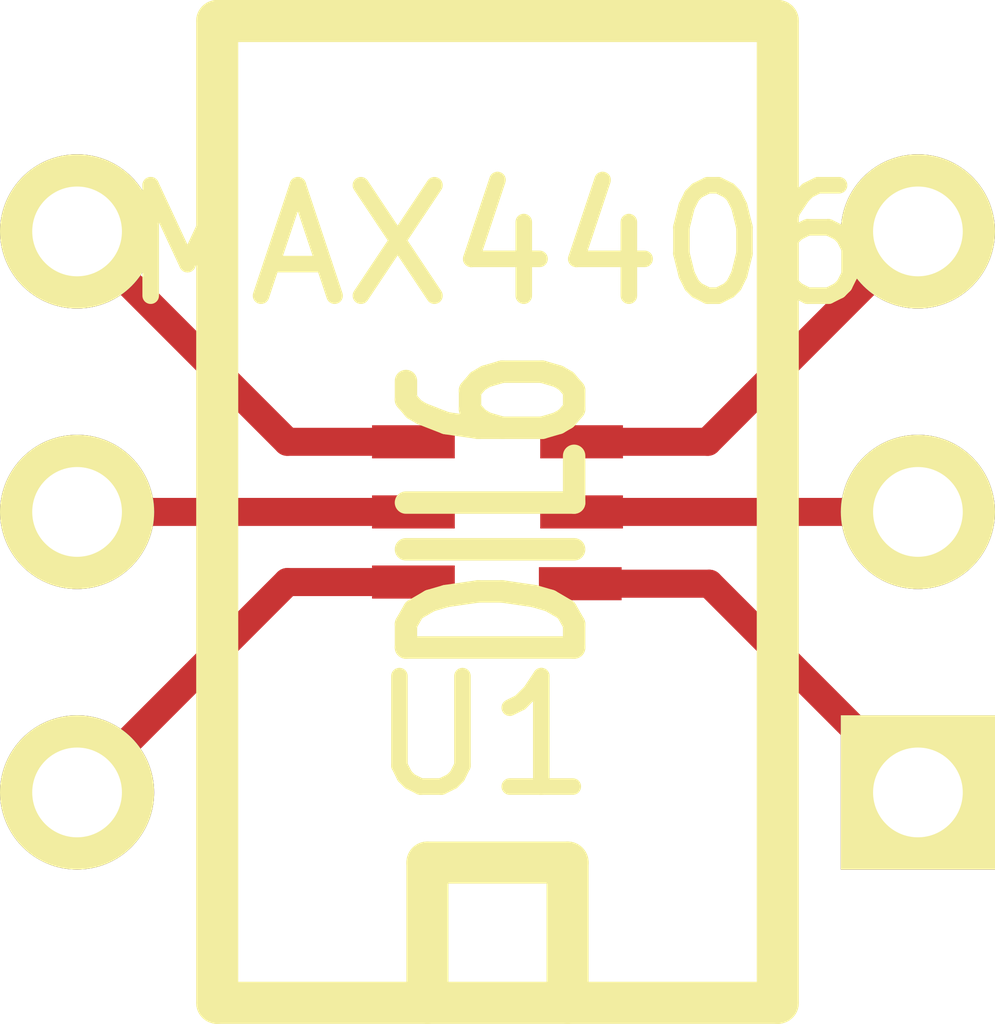
<source format=kicad_pcb>
(kicad_pcb (version 3) (host pcbnew "(2013-mar-13)-testing")

  (general
    (links 6)
    (no_connects 0)
    (area 143.7386 100.114099 153.552929 112.6617)
    (thickness 1.6)
    (drawings 0)
    (tracks 10)
    (zones 0)
    (modules 2)
    (nets 7)
  )

  (page A4)
  (layers
    (15 F.Cu signal)
    (0 B.Cu signal hide)
    (16 B.Adhes user hide)
    (17 F.Adhes user hide)
    (18 B.Paste user hide)
    (19 F.Paste user hide)
    (20 B.SilkS user hide)
    (21 F.SilkS user hide)
    (22 B.Mask user hide)
    (23 F.Mask user hide)
    (24 Dwgs.User user hide)
    (25 Cmts.User user hide)
    (26 Eco1.User user hide)
    (27 Eco2.User user hide)
    (28 Edge.Cuts user hide)
  )

  (setup
    (last_trace_width 0.254)
    (trace_clearance 0.254)
    (zone_clearance 0.508)
    (zone_45_only no)
    (trace_min 0.254)
    (segment_width 0.2)
    (edge_width 0.1)
    (via_size 0.889)
    (via_drill 0.635)
    (via_min_size 0.889)
    (via_min_drill 0.508)
    (uvia_size 0.508)
    (uvia_drill 0.127)
    (uvias_allowed no)
    (uvia_min_size 0.508)
    (uvia_min_drill 0.127)
    (pcb_text_width 0.3)
    (pcb_text_size 1.5 1.5)
    (mod_edge_width 0.15)
    (mod_text_size 1 1)
    (mod_text_width 0.15)
    (pad_size 1.5 1.5)
    (pad_drill 0.6)
    (pad_to_mask_clearance 0)
    (aux_axis_origin 0 0)
    (visible_elements FFFFFF7F)
    (pcbplotparams
      (layerselection 32768)
      (usegerberextensions false)
      (excludeedgelayer true)
      (linewidth 0.150000)
      (plotframeref false)
      (viasonmask false)
      (mode 1)
      (useauxorigin false)
      (hpglpennumber 1)
      (hpglpenspeed 20)
      (hpglpendiameter 15)
      (hpglpenoverlay 2)
      (psnegative false)
      (psa4output false)
      (plotreference true)
      (plotvalue true)
      (plotothertext true)
      (plotinvisibletext false)
      (padsonsilk false)
      (subtractmaskfromsilk false)
      (outputformat 2)
      (mirror true)
      (drillshape 0)
      (scaleselection 1)
      (outputdirectory ""))
  )

  (net 0 "")
  (net 1 N-000001)
  (net 2 N-000002)
  (net 3 N-000003)
  (net 4 N-000004)
  (net 5 N-000005)
  (net 6 N-000006)

  (net_class Default "This is the default net class."
    (clearance 0.254)
    (trace_width 0.254)
    (via_dia 0.889)
    (via_drill 0.635)
    (uvia_dia 0.508)
    (uvia_drill 0.127)
    (add_net "")
    (add_net N-000001)
    (add_net N-000002)
    (add_net N-000003)
    (add_net N-000004)
    (add_net N-000005)
    (add_net N-000006)
  )

  (module DIP-6__300 (layer F.Cu) (tedit 49DC487C) (tstamp 55100A28)
    (at 148.5011 105.0036 90)
    (descr "6 pins DIL package, round pads")
    (tags DIL)
    (path /55100322)
    (fp_text reference P1 (at -6.35 0 180) (layer F.SilkS)
      (effects (font (size 1.905 1.016) (thickness 0.2032)))
    )
    (fp_text value DIL6 (at 0 0 90) (layer F.SilkS)
      (effects (font (size 1.524 0.889) (thickness 0.2032)))
    )
    (fp_line (start -4.445 -2.54) (end 4.445 -2.54) (layer F.SilkS) (width 0.381))
    (fp_line (start 4.445 -2.54) (end 4.445 2.54) (layer F.SilkS) (width 0.381))
    (fp_line (start 4.445 2.54) (end -4.445 2.54) (layer F.SilkS) (width 0.381))
    (fp_line (start -4.445 2.54) (end -4.445 -2.54) (layer F.SilkS) (width 0.381))
    (fp_line (start -4.445 -0.635) (end -3.175 -0.635) (layer F.SilkS) (width 0.381))
    (fp_line (start -3.175 -0.635) (end -3.175 0.635) (layer F.SilkS) (width 0.381))
    (fp_line (start -3.175 0.635) (end -4.445 0.635) (layer F.SilkS) (width 0.381))
    (pad 1 thru_hole rect (at -2.54 3.81 90) (size 1.397 1.397) (drill 0.8128)
      (layers *.Cu *.Mask F.SilkS)
      (net 6 N-000006)
    )
    (pad 2 thru_hole circle (at 0 3.81 90) (size 1.397 1.397) (drill 0.8128)
      (layers *.Cu *.Mask F.SilkS)
      (net 5 N-000005)
    )
    (pad 3 thru_hole circle (at 2.54 3.81 90) (size 1.397 1.397) (drill 0.8128)
      (layers *.Cu *.Mask F.SilkS)
      (net 4 N-000004)
    )
    (pad 4 thru_hole circle (at 2.54 -3.81 90) (size 1.397 1.397) (drill 0.8128)
      (layers *.Cu *.Mask F.SilkS)
      (net 3 N-000003)
    )
    (pad 5 thru_hole circle (at 0 -3.81 90) (size 1.397 1.397) (drill 0.8128)
      (layers *.Cu *.Mask F.SilkS)
      (net 1 N-000001)
    )
    (pad 6 thru_hole circle (at -2.54 -3.81 90) (size 1.397 1.397) (drill 0.8128)
      (layers *.Cu *.Mask F.SilkS)
      (net 2 N-000002)
    )
    (model dil/dil_6.wrl
      (at (xyz 0 0 0))
      (scale (xyz 1 1 1))
      (rotate (xyz 0 0 0))
    )
  )

  (module OTDFN6 (layer F.Cu) (tedit 55100848) (tstamp 55100A32)
    (at 148.5011 105.0036 180)
    (path /55100305)
    (fp_text reference U1 (at 0.127 -2.032 180) (layer F.SilkS)
      (effects (font (size 1 1) (thickness 0.15)))
    )
    (fp_text value MAX4406 (at 0 2.413 180) (layer F.SilkS)
      (effects (font (size 1 1) (thickness 0.15)))
    )
    (pad 1 smd rect (at -0.75 -0.65 180) (size 0.75 0.3)
      (layers F.Cu F.Adhes)
      (net 6 N-000006)
    )
    (pad 2 smd rect (at -0.762 0 180) (size 0.75 0.3)
      (layers F.Cu F.Adhes)
      (net 5 N-000005)
    )
    (pad 3 smd rect (at -0.762 0.635 180) (size 0.75 0.3)
      (layers F.Cu F.Adhes)
      (net 4 N-000004)
    )
    (pad 4 smd rect (at 0.762 0.635 180) (size 0.75 0.3)
      (layers F.Cu F.Adhes)
      (net 3 N-000003)
    )
    (pad 5 smd rect (at 0.762 0 180) (size 0.75 0.3)
      (layers F.Cu F.Adhes)
      (net 1 N-000001)
    )
    (pad 6 smd rect (at 0.762 -0.635 180) (size 0.75 0.3)
      (layers F.Cu F.Adhes)
      (net 2 N-000002)
    )
  )

  (segment (start 147.7391 105.0036) (end 144.6911 105.0036) (width 0.254) (layer F.Cu) (net 1))
  (segment (start 147.7391 105.6386) (end 146.5961 105.6386) (width 0.254) (layer F.Cu) (net 2))
  (segment (start 146.5961 105.6386) (end 144.6911 107.5436) (width 0.254) (layer F.Cu) (net 2) (tstamp 55100B12))
  (segment (start 147.7391 104.3686) (end 146.5961 104.3686) (width 0.254) (layer F.Cu) (net 3))
  (segment (start 146.5961 104.3686) (end 144.6911 102.4636) (width 0.254) (layer F.Cu) (net 3) (tstamp 55100B1D))
  (segment (start 149.2631 104.3686) (end 150.4061 104.3686) (width 0.254) (layer F.Cu) (net 4))
  (segment (start 150.4061 104.3686) (end 152.3111 102.4636) (width 0.254) (layer F.Cu) (net 4) (tstamp 55100B01))
  (segment (start 149.2631 105.0036) (end 152.3111 105.0036) (width 0.254) (layer F.Cu) (net 5))
  (segment (start 149.2511 105.6536) (end 150.4211 105.6536) (width 0.254) (layer F.Cu) (net 6))
  (segment (start 150.4211 105.6536) (end 152.3111 107.5436) (width 0.254) (layer F.Cu) (net 6) (tstamp 55100B0C))

)

</source>
